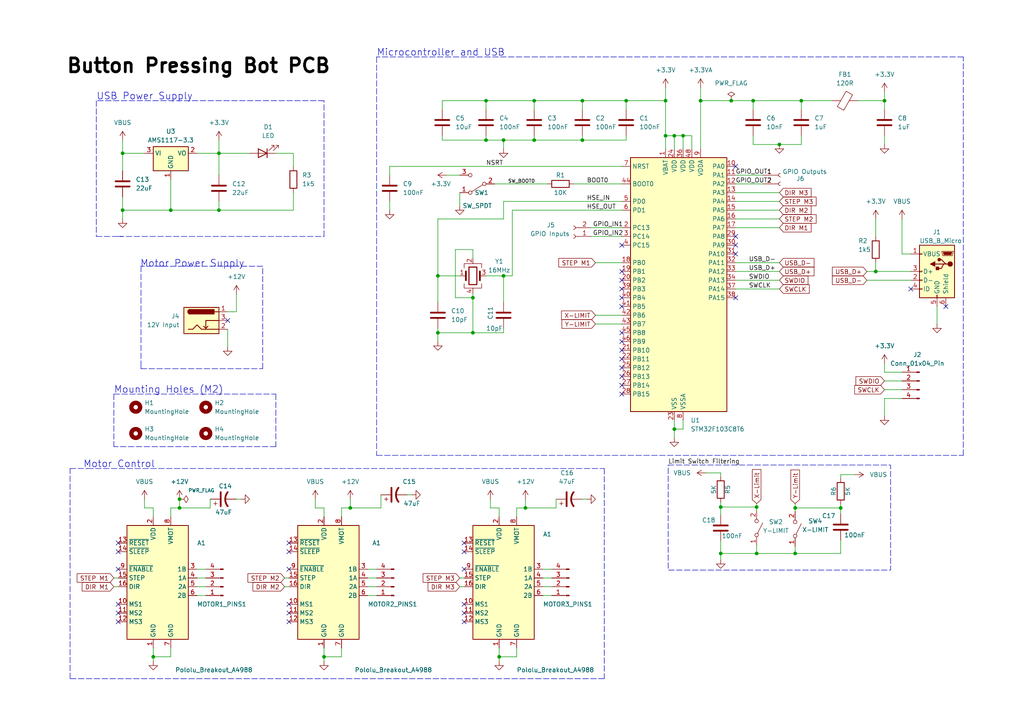
<source format=kicad_sch>
(kicad_sch (version 20230121) (generator eeschema)
  (paper "A4")
  (title_block (title "Button Pressing Bot STM32 PCB") (date "2023-11-07") (rev "1.0") (company "University of Minnesota") (comment 1 "Riley Yeoman"))
  (lib_symbols
    (symbol "Connector:Barrel_Jack_Switch" (pin_names hide)
      (property "Reference" "J" (at 0 5.334 0))
      (property "Value" "Barrel_Jack_Switch" (at 0 -5.08 0))
      (symbol "Barrel_Jack_Switch_1_1"
        (pin passive line (at 7.62 2.54 180) (length 2.54) (name "~") (number "1"))
        (pin passive line (at 7.62 -2.54 180) (length 2.54) (name "~") (number "2"))
        (pin passive line (at 7.62 0 180) (length 2.54) (name "~") (number "3"))
      )
    )
    (symbol "Connector:Conn_01x02_Socket" (pin_names (offset 1.016) hide)
      (property "Reference" "J" (at 0 2.54 0))
      (property "Value" "Conn_01x02_Socket" (at 0 -5.08 0))
      (symbol "Conn_01x02_Socket_1_1"
        (pin passive line (at -5.08 0 0) (length 3.81) (name "Pin_1") (number "1"))
        (pin passive line (at -5.08 -2.54 0) (length 3.81) (name "Pin_2") (number "2"))
      )
    )
    (symbol "Connector:Conn_01x04_Pin" (pin_names (offset 1.016) hide)
      (property "Reference" "J" (at 0 5.08 0))
      (property "Value" "Conn_01x04_Pin" (at 0 -7.62 0))
      (symbol "Conn_01x04_Pin_1_1"
        (pin passive line (at 5.08 2.54 180) (length 3.81) (name "Pin_1") (number "1"))
        (pin passive line (at 5.08 0 180) (length 3.81) (name "Pin_2") (number "2"))
        (pin passive line (at 5.08 -2.54 180) (length 3.81) (name "Pin_3") (number "3"))
        (pin passive line (at 5.08 -5.08 180) (length 3.81) (name "Pin_4") (number "4"))
      )
    )
    (symbol "Connector:USB_B_Micro" (pin_names (offset 1.016))
      (property "Reference" "J" (at -5.08 11.43 0))
      (property "Value" "USB_B_Micro" (at -5.08 8.89 0))
      (symbol "USB_B_Micro_1_1"
        (pin power_out line (at 7.62 5.08 180) (length 2.54) (name "VBUS") (number "1"))
        (pin bidirectional line (at 7.62 -2.54 180) (length 2.54) (name "D-") (number "2"))
        (pin bidirectional line (at 7.62 0 180) (length 2.54) (name "D+") (number "3"))
        (pin passive line (at 7.62 -5.08 180) (length 2.54) (name "ID") (number "4"))
        (pin power_out line (at 0 -10.16 90) (length 2.54) (name "GND") (number "5"))
        (pin passive line (at -2.54 -10.16 90) (length 2.54) (name "Shield") (number "6"))
      )
    )
    (symbol "Device:C" (pin_numbers hide) (pin_names (offset 0.254))
      (property "Reference" "C" (at 0.635 2.54 0))
      (property "Value" "C" (at 0.635 -2.54 0))
      (symbol "C_1_1"
        (pin passive line (at 0 3.81 270) (length 2.794) (name "~") (number "1"))
        (pin passive line (at 0 -3.81 90) (length 2.794) (name "~") (number "2"))
      )
    )
    (symbol "Device:C_Polarized_US" (pin_numbers hide) (pin_names (offset 0.254) hide)
      (property "Reference" "C" (at 0.635 2.54 0))
      (property "Value" "C_Polarized_US" (at 0.635 -2.54 0))
      (symbol "C_Polarized_US_1_1"
        (pin passive line (at 0 3.81 270) (length 2.794) (name "~") (number "1"))
        (pin passive line (at 0 -3.81 90) (length 3.302) (name "~") (number "2"))
      )
    )
    (symbol "Device:Crystal_GND24" (pin_names (offset 1.016) hide)
      (property "Reference" "Y" (at 3.175 5.08 0))
      (property "Value" "Crystal_GND24" (at 3.175 3.175 0))
      (symbol "Crystal_GND24_1_1"
        (pin passive line (at -3.81 0 0) (length 1.27) (name "1") (number "1"))
        (pin passive line (at 0 5.08 270) (length 1.27) (name "2") (number "2"))
        (pin passive line (at 3.81 0 180) (length 1.27) (name "3") (number "3"))
        (pin passive line (at 0 -5.08 90) (length 1.27) (name "4") (number "4"))
      )
    )
    (symbol "Device:FerriteBead" (pin_numbers hide) (pin_names (offset 0))
      (property "Reference" "FB" (at -3.81 0.635 90))
      (property "Value" "FerriteBead" (at 3.81 0 90))
      (symbol "FerriteBead_1_1"
        (pin passive line (at 0 3.81 270) (length 2.54) (name "~") (number "1"))
        (pin passive line (at 0 -3.81 90) (length 2.54) (name "~") (number "2"))
      )
    )
    (symbol "Device:LED" (pin_numbers hide) (pin_names (offset 1.016) hide)
      (property "Reference" "D" (at 0 2.54 0))
      (property "Value" "LED" (at 0 -2.54 0))
      (symbol "LED_1_1"
        (pin passive line (at -3.81 0 0) (length 2.54) (name "K") (number "1"))
        (pin passive line (at 3.81 0 180) (length 2.54) (name "A") (number "2"))
      )
    )
    (symbol "Device:R" (pin_numbers hide) (pin_names (offset 0))
      (property "Reference" "R" (at 2.032 0 90))
      (property "Value" "R" (at 0 0 90))
      (symbol "R_1_1"
        (pin passive line (at 0 3.81 270) (length 1.27) (name "~") (number "1"))
        (pin passive line (at 0 -3.81 90) (length 1.27) (name "~") (number "2"))
      )
    )
    (symbol "Driver_Motor:Pololu_Breakout_A4988"
      (property "Reference" "A" (at -2.54 19.05 0))
      (property "Value" "Pololu_Breakout_A4988" (at -2.54 16.51 0))
      (symbol "Pololu_Breakout_A4988_1_1"
        (pin power_in line (at 0 -20.32 90) (length 2.54) (name "GND") (number "1"))
        (pin input line (at -10.16 -7.62 0) (length 2.54) (name "MS1") (number "10"))
        (pin input line (at -10.16 -10.16 0) (length 2.54) (name "MS2") (number "11"))
        (pin input line (at -10.16 -12.7 0) (length 2.54) (name "MS3") (number "12"))
        (pin input line (at -10.16 10.16 0) (length 2.54) (name "~{RESET}") (number "13"))
        (pin input line (at -10.16 7.62 0) (length 2.54) (name "~{SLEEP}") (number "14"))
        (pin input line (at -10.16 0 0) (length 2.54) (name "STEP") (number "15"))
        (pin input line (at -10.16 -2.54 0) (length 2.54) (name "DIR") (number "16"))
        (pin power_in line (at 0 17.78 270) (length 2.54) (name "VDD") (number "2"))
        (pin output line (at 12.7 2.54 180) (length 2.54) (name "1B") (number "3"))
        (pin output line (at 12.7 0 180) (length 2.54) (name "1A") (number "4"))
        (pin output line (at 12.7 -2.54 180) (length 2.54) (name "2A") (number "5"))
        (pin output line (at 12.7 -5.08 180) (length 2.54) (name "2B") (number "6"))
        (pin power_in line (at 5.08 -20.32 90) (length 2.54) (name "GND") (number "7"))
        (pin power_in line (at 5.08 17.78 270) (length 2.54) (name "VMOT") (number "8"))
        (pin input line (at -10.16 2.54 0) (length 2.54) (name "~{ENABLE}") (number "9"))
      )
    )
    (symbol "MCU_ST_STM32F1:STM32F103C8Tx"
      (property "Reference" "U" (at -12.7 39.37 0))
      (property "Value" "STM32F103C8Tx" (at 10.16 39.37 0))
      (symbol "STM32F103C8Tx_1_1"
        (pin power_in line (at -2.54 40.64 270) (length 2.54) (name "VBAT") (number "1"))
        (pin bidirectional line (at 17.78 35.56 180) (length 2.54) (name "PA0") (number "10"))
        (pin bidirectional line (at 17.78 33.02 180) (length 2.54) (name "PA1") (number "11"))
        (pin bidirectional line (at 17.78 30.48 180) (length 2.54) (name "PA2") (number "12"))
        (pin bidirectional line (at 17.78 27.94 180) (length 2.54) (name "PA3") (number "13"))
        (pin bidirectional line (at 17.78 25.4 180) (length 2.54) (name "PA4") (number "14"))
        (pin bidirectional line (at 17.78 22.86 180) (length 2.54) (name "PA5") (number "15"))
        (pin bidirectional line (at 17.78 20.32 180) (length 2.54) (name "PA6") (number "16"))
        (pin bidirectional line (at 17.78 17.78 180) (length 2.54) (name "PA7") (number "17"))
        (pin bidirectional line (at -15.24 7.62 0) (length 2.54) (name "PB0") (number "18"))
        (pin bidirectional line (at -15.24 5.08 0) (length 2.54) (name "PB1") (number "19"))
        (pin bidirectional line (at -15.24 17.78 0) (length 2.54) (name "PC13") (number "2"))
        (pin bidirectional line (at -15.24 2.54 0) (length 2.54) (name "PB2") (number "20"))
        (pin bidirectional line (at -15.24 -17.78 0) (length 2.54) (name "PB10") (number "21"))
        (pin bidirectional line (at -15.24 -20.32 0) (length 2.54) (name "PB11") (number "22"))
        (pin power_in line (at 0 -38.1 90) (length 2.54) (name "VSS") (number "23"))
        (pin power_in line (at 0 40.64 270) (length 2.54) (name "VDD") (number "24"))
        (pin bidirectional line (at -15.24 -22.86 0) (length 2.54) (name "PB12") (number "25"))
        (pin bidirectional line (at -15.24 -25.4 0) (length 2.54) (name "PB13") (number "26"))
        (pin bidirectional line (at -15.24 -27.94 0) (length 2.54) (name "PB14") (number "27"))
        (pin bidirectional line (at -15.24 -30.48 0) (length 2.54) (name "PB15") (number "28"))
        (pin bidirectional line (at 17.78 15.24 180) (length 2.54) (name "PA8") (number "29"))
        (pin bidirectional line (at -15.24 15.24 0) (length 2.54) (name "PC14") (number "3"))
        (pin bidirectional line (at 17.78 12.7 180) (length 2.54) (name "PA9") (number "30"))
        (pin bidirectional line (at 17.78 10.16 180) (length 2.54) (name "PA10") (number "31"))
        (pin bidirectional line (at 17.78 7.62 180) (length 2.54) (name "PA11") (number "32"))
        (pin bidirectional line (at 17.78 5.08 180) (length 2.54) (name "PA12") (number "33"))
        (pin bidirectional line (at 17.78 2.54 180) (length 2.54) (name "PA13") (number "34"))
        (pin passive line (at 0 -38.1 90) (length 2.54) hide (name "VSS") (number "35"))
        (pin power_in line (at 2.54 40.64 270) (length 2.54) (name "VDD") (number "36"))
        (pin bidirectional line (at 17.78 0 180) (length 2.54) (name "PA14") (number "37"))
        (pin bidirectional line (at 17.78 -2.54 180) (length 2.54) (name "PA15") (number "38"))
        (pin bidirectional line (at -15.24 0 0) (length 2.54) (name "PB3") (number "39"))
        (pin bidirectional line (at -15.24 12.7 0) (length 2.54) (name "PC15") (number "4"))
        (pin bidirectional line (at -15.24 -2.54 0) (length 2.54) (name "PB4") (number "40"))
        (pin bidirectional line (at -15.24 -5.08 0) (length 2.54) (name "PB5") (number "41"))
        (pin bidirectional line (at -15.24 -7.62 0) (length 2.54) (name "PB6") (number "42"))
        (pin bidirectional line (at -15.24 -10.16 0) (length 2.54) (name "PB7") (number "43"))
        (pin input line (at -15.24 30.48 0) (length 2.54) (name "BOOT0") (number "44"))
        (pin bidirectional line (at -15.24 -12.7 0) (length 2.54) (name "PB8") (number "45"))
        (pin bidirectional line (at -15.24 -15.24 0) (length 2.54) (name "PB9") (number "46"))
        (pin passive line (at 0 -38.1 90) (length 2.54) hide (name "VSS") (number "47"))
        (pin power_in line (at 5.08 40.64 270) (length 2.54) (name "VDD") (number "48"))
        (pin bidirectional line (at -15.24 25.4 0) (length 2.54) (name "PD0") (number "5"))
        (pin bidirectional line (at -15.24 22.86 0) (length 2.54) (name "PD1") (number "6"))
        (pin input line (at -15.24 35.56 0) (length 2.54) (name "NRST") (number "7"))
        (pin power_in line (at 2.54 -38.1 90) (length 2.54) (name "VSSA") (number "8"))
        (pin power_in line (at 7.62 40.64 270) (length 2.54) (name "VDDA") (number "9"))
      )
    )
    (symbol "Mechanical:MountingHole" (pin_names (offset 1.016))
      (property "Reference" "H" (at 0 5.08 0))
      (property "Value" "MountingHole" (at 0 3.175 0))
    )
    (symbol "Regulator_Linear:AMS1117-3.3"
      (property "Reference" "U" (at -3.81 3.175 0))
      (property "Value" "AMS1117-3.3" (at 0 3.175 0))
      (symbol "AMS1117-3.3_1_1"
        (pin power_in line (at 0 -7.62 90) (length 2.54) (name "GND") (number "1"))
        (pin power_out line (at 7.62 0 180) (length 2.54) (name "VO") (number "2"))
        (pin power_in line (at -7.62 0 0) (length 2.54) (name "VI") (number "3"))
      )
    )
    (symbol "Switch:SW_SPDT" (pin_names (offset 0) hide)
      (property "Reference" "SW" (at 0 4.318 0))
      (property "Value" "SW_SPDT" (at 0 -5.08 0))
      (symbol "SW_SPDT_1_1"
        (pin passive line (at 5.08 2.54 180) (length 2.54) (name "A") (number "1"))
        (pin passive line (at -5.08 0 0) (length 2.54) (name "B") (number "2"))
        (pin passive line (at 5.08 -2.54 180) (length 2.54) (name "C") (number "3"))
      )
    )
    (symbol "Switch:SW_SPST" (pin_names (offset 0) hide)
      (property "Reference" "SW" (at 0 3.175 0))
      (property "Value" "SW_SPST" (at 0 -2.54 0))
      (symbol "SW_SPST_1_1"
        (pin passive line (at -5.08 0 0) (length 2.54) (name "A") (number "1"))
        (pin passive line (at 5.08 0 180) (length 2.54) (name "B") (number "2"))
      )
    )
    (symbol "power:+12V" (power) (pin_names (offset 0))
      (property "Value" "+12V" (at 0 3.556 0))
      (symbol "+12V_1_1"
        (pin power_in line (at 0 0 90) (length 0) hide (name "+12V") (number "1"))
      )
    )
    (symbol "power:+3.3V" (power) (pin_names (offset 0))
      (property "Value" "+3.3V" (at 0 3.556 0))
      (symbol "+3.3V_1_1"
        (pin power_in line (at 0 0 90) (length 0) hide (name "+3.3V") (number "1"))
      )
    )
    (symbol "power:+3.3VA" (power) (pin_names (offset 0))
      (property "Value" "+3.3VA" (at 0 3.556 0))
      (symbol "+3.3VA_1_1"
        (pin power_in line (at 0 0 90) (length 0) hide (name "+3.3VA") (number "1"))
      )
    )
    (symbol "power:GND" (power) (pin_numbers hide) (pin_names (offset 0) hide)
      (property "Value" "GND" (at 0 -3.81 0))
      (symbol "GND_1_1"
        (pin power_in line (at 0 0 270) (length 0) hide (name "GND") (number "1"))
      )
    )
    (symbol "power:PWR_FLAG" (power) (pin_numbers hide) (pin_names (offset 0) hide)
      (property "Value" "PWR_FLAG" (at 0 3.81 0))
      (symbol "PWR_FLAG_0_0"
        (pin power_out line (at 0 0 90) (length 0) (name "pwr") (number "1"))
      )
    )
    (symbol "power:VBUS" (power) (pin_names (offset 0))
      (property "Value" "VBUS" (at 0 3.81 0))
      (symbol "VBUS_1_1"
        (pin power_in line (at 0 0 90) (length 0) hide (name "VBUS") (number "1"))
      )
    )
  )
  (junction (at 195.58 39.37))
  (junction (at 140.97 29.21))
  (junction (at 35.56 60.96))
  (junction (at 146.05 40.64))
  (junction (at 63.5 44.45))
  (junction (at 152.4 147.32))
  (junction (at 127 80.01))
  (junction (at 146.05 80.01))
  (junction (at 209.042 160.528))
  (junction (at 193.04 29.21))
  (junction (at 35.56 44.45))
  (junction (at 127 96.52))
  (junction (at 230.632 147.32))
  (junction (at 52.07 147.32))
  (junction (at 93.98 190.5))
  (junction (at 203.2 29.21))
  (junction (at 140.97 40.64))
  (junction (at 44.45 190.5))
  (junction (at 49.53 60.96))
  (junction (at 137.16 96.52))
  (junction (at 218.44 29.21))
  (junction (at 226.06 41.91))
  (junction (at 52.07 144.78))
  (junction (at 230.632 160.528))
  (junction (at 137.16 86.36))
  (junction (at 181.61 29.21))
  (junction (at 243.84 147.32))
  (junction (at 144.78 190.5))
  (junction (at 219.456 147.066))
  (junction (at 195.58 124.46))
  (junction (at 256.54 29.21))
  (junction (at 168.91 40.64))
  (junction (at 168.91 29.21))
  (junction (at 232.41 29.21))
  (junction (at 209.042 147.066))
  (junction (at 154.94 29.21))
  (junction (at 63.5 60.96))
  (junction (at 154.94 40.64))
  (junction (at 212.09 29.21))
  (junction (at 101.6 147.32))
  (junction (at 198.12 39.37))
  (junction (at 193.04 39.37))
  (junction (at 219.456 160.528))
  (junction (at 254 78.74))
  (no_connect (at 83.82 180.34))
  (no_connect (at 134.62 160.02))
  (no_connect (at 180.34 101.6))
  (no_connect (at 180.34 71.12))
  (no_connect (at 34.29 177.8))
  (no_connect (at 180.34 114.3))
  (no_connect (at 213.36 73.66))
  (no_connect (at 134.62 157.48))
  (no_connect (at 34.29 160.02))
  (no_connect (at 274.32 88.9))
  (no_connect (at 180.34 109.22))
  (no_connect (at 34.29 180.34))
  (no_connect (at 34.29 157.48))
  (no_connect (at 213.36 86.36))
  (no_connect (at 180.34 86.36))
  (no_connect (at 83.82 160.02))
  (no_connect (at 34.29 175.26))
  (no_connect (at 180.34 111.76))
  (no_connect (at 134.62 177.8))
  (no_connect (at 66.04 92.964))
  (no_connect (at 134.62 180.34))
  (no_connect (at 83.82 177.8))
  (no_connect (at 264.16 83.82))
  (no_connect (at 180.34 104.14))
  (no_connect (at 180.34 88.9))
  (no_connect (at 213.36 48.26))
  (no_connect (at 180.34 106.68))
  (no_connect (at 180.34 99.06))
  (no_connect (at 213.36 68.58))
  (no_connect (at 83.82 175.26))
  (no_connect (at 134.62 175.26))
  (no_connect (at 180.34 78.74))
  (no_connect (at 83.82 157.48))
  (no_connect (at 34.29 165.1))
  (no_connect (at 134.62 165.1))
  (no_connect (at 180.34 83.82))
  (no_connect (at 180.34 81.28))
  (no_connect (at 180.34 96.52))
  (no_connect (at 213.36 71.12))
  (no_connect (at 83.82 165.1))
  (wire (pts (xy 57.15 170.18) (xy 59.69 170.18)))
  (wire (pts (xy 106.68 167.64) (xy 109.22 167.64)))
  (wire (pts (xy 57.15 167.64) (xy 59.69 167.64)))
  (wire (pts (xy 52.07 147.32) (xy 49.53 147.32)))
  (wire (pts (xy 144.78 147.32) (xy 144.78 149.86)))
  (wire (pts (xy 127 96.52) (xy 137.16 96.52)))
  (wire (pts (xy 140.97 80.01) (xy 146.05 80.01)))
  (wire (pts (xy 82.55 167.64) (xy 83.82 167.64)))
  (polyline (pts (xy 40.894 77.216) (xy 40.894 106.426)) (stroke (width 0) (type dash)))
  (wire (pts (xy 146.05 58.42) (xy 180.34 58.42)))
  (wire (pts (xy 230.632 158.496) (xy 230.632 160.528)))
  (wire (pts (xy 106.68 170.18) (xy 109.22 170.18)))
  (wire (pts (xy 171.45 66.04) (xy 180.34 66.04)))
  (wire (pts (xy 209.042 160.528) (xy 209.042 162.306)))
  (wire (pts (xy 154.94 40.64) (xy 168.91 40.64)))
  (polyline (pts (xy 80.01 114.3) (xy 80.01 129.54)) (stroke (width 0) (type dash)))
  (wire (pts (xy 137.16 96.52) (xy 146.05 96.52)))
  (wire (pts (xy 172.72 91.44) (xy 180.34 91.44)))
  (wire (pts (xy 181.61 40.64) (xy 181.61 39.37)))
  (wire (pts (xy 44.45 187.96) (xy 44.45 190.5)))
  (wire (pts (xy 193.04 39.37) (xy 195.58 39.37)))
  (wire (pts (xy 148.59 60.96) (xy 180.34 60.96)))
  (wire (pts (xy 99.06 147.32) (xy 99.06 149.86)))
  (wire (pts (xy 85.09 55.88) (xy 85.09 60.96)))
  (polyline (pts (xy 40.894 106.426) (xy 40.894 106.934)) (stroke (width 0) (type dash)))
  (wire (pts (xy 127 96.52) (xy 127 99.06)))
  (wire (pts (xy 232.41 31.75) (xy 232.41 29.21)))
  (wire (pts (xy 213.36 76.2) (xy 226.06 76.2)))
  (wire (pts (xy 254 78.74) (xy 264.16 78.74)))
  (wire (pts (xy 93.98 187.96) (xy 93.98 190.5)))
  (wire (pts (xy 219.456 160.528) (xy 230.632 160.528)))
  (polyline (pts (xy 152.4 132.08) (xy 279.4 132.08)) (stroke (width 0) (type dash)))
  (wire (pts (xy 35.56 49.53) (xy 35.56 44.45)))
  (wire (pts (xy 127 96.52) (xy 127 95.25)))
  (wire (pts (xy 149.86 187.96) (xy 149.86 190.5)))
  (wire (pts (xy 149.86 147.32) (xy 149.86 149.86)))
  (wire (pts (xy 49.53 147.32) (xy 49.53 149.86)))
  (wire (pts (xy 146.05 63.5) (xy 146.05 58.42)))
  (wire (pts (xy 91.44 147.32) (xy 93.98 147.32)))
  (wire (pts (xy 113.03 48.26) (xy 180.34 48.26)))
  (polyline (pts (xy 76.2 77.216) (xy 40.894 77.216)) (stroke (width 0) (type dash)))
  (wire (pts (xy 209.042 145.796) (xy 209.042 147.066)))
  (wire (pts (xy 154.94 31.75) (xy 154.94 29.21)))
  (wire (pts (xy 226.06 41.91) (xy 232.41 41.91)))
  (wire (pts (xy 137.16 74.93) (xy 137.16 72.39)))
  (wire (pts (xy 49.53 52.07) (xy 49.53 60.96)))
  (wire (pts (xy 137.16 86.36) (xy 137.16 85.09)))
  (wire (pts (xy 209.042 149.352) (xy 209.042 147.066)))
  (wire (pts (xy 49.53 187.96) (xy 49.53 190.5)))
  (wire (pts (xy 91.44 144.78) (xy 91.44 147.32)))
  (wire (pts (xy 213.36 55.88) (xy 226.06 55.88)))
  (polyline (pts (xy 93.98 29.21) (xy 27.94 29.21)) (stroke (width 0) (type dash)))
  (polyline (pts (xy 80.01 129.54) (xy 33.02 129.54)) (stroke (width 0) (type dash)))
  (wire (pts (xy 256.54 31.75) (xy 256.54 29.21)))
  (wire (pts (xy 101.6 144.78) (xy 101.6 147.32)))
  (wire (pts (xy 213.36 63.5) (xy 226.06 63.5)))
  (wire (pts (xy 256.54 110.49) (xy 261.62 110.49)))
  (wire (pts (xy 166.37 53.34) (xy 180.34 53.34)))
  (wire (pts (xy 152.4 147.32) (xy 149.86 147.32)))
  (wire (pts (xy 195.58 39.37) (xy 198.12 39.37)))
  (wire (pts (xy 195.58 124.46) (xy 195.58 127)))
  (wire (pts (xy 161.29 147.32) (xy 161.29 144.78)))
  (wire (pts (xy 128.27 31.75) (xy 128.27 29.21)))
  (wire (pts (xy 209.042 147.066) (xy 219.456 147.066)))
  (wire (pts (xy 213.36 60.96) (xy 226.06 60.96)))
  (wire (pts (xy 127 80.01) (xy 133.35 80.01)))
  (wire (pts (xy 146.05 40.64) (xy 146.05 43.18)))
  (wire (pts (xy 198.12 39.37) (xy 200.66 39.37)))
  (wire (pts (xy 133.35 170.18) (xy 134.62 170.18)))
  (wire (pts (xy 198.12 121.92) (xy 198.12 124.46)))
  (wire (pts (xy 271.78 88.9) (xy 271.78 93.98)))
  (wire (pts (xy 140.97 40.64) (xy 146.05 40.64)))
  (wire (pts (xy 63.5 44.45) (xy 72.39 44.45)))
  (wire (pts (xy 146.05 40.64) (xy 154.94 40.64)))
  (wire (pts (xy 44.45 147.32) (xy 44.45 149.86)))
  (wire (pts (xy 203.2 25.4) (xy 203.2 29.21)))
  (wire (pts (xy 168.91 144.78) (xy 170.18 144.78)))
  (wire (pts (xy 63.5 44.45) (xy 57.15 44.45)))
  (wire (pts (xy 101.6 147.32) (xy 99.06 147.32)))
  (wire (pts (xy 157.48 165.1) (xy 160.02 165.1)))
  (polyline (pts (xy 175.26 196.85) (xy 20.32 196.85)) (stroke (width 0) (type dash)))
  (wire (pts (xy 254 76.2) (xy 254 78.74)))
  (wire (pts (xy 209.042 137.16) (xy 204.724 137.16)))
  (wire (pts (xy 68.58 90.424) (xy 68.58 85.344)))
  (wire (pts (xy 168.91 29.21) (xy 181.61 29.21)))
  (polyline (pts (xy 27.94 29.21) (xy 27.94 68.58)) (stroke (width 0) (type dash)))
  (wire (pts (xy 49.53 190.5) (xy 44.45 190.5)))
  (wire (pts (xy 152.4 144.78) (xy 152.4 147.32)))
  (wire (pts (xy 35.56 44.45) (xy 41.91 44.45)))
  (wire (pts (xy 143.51 53.34) (xy 158.75 53.34)))
  (wire (pts (xy 230.632 147.32) (xy 243.84 147.32)))
  (wire (pts (xy 213.36 83.82) (xy 226.06 83.82)))
  (wire (pts (xy 118.11 143.51) (xy 119.38 143.51)))
  (wire (pts (xy 218.44 41.91) (xy 218.44 39.37)))
  (wire (pts (xy 152.4 147.32) (xy 161.29 147.32)))
  (wire (pts (xy 110.49 147.32) (xy 110.49 143.51)))
  (wire (pts (xy 57.15 172.72) (xy 59.69 172.72)))
  (wire (pts (xy 41.91 144.78) (xy 41.91 147.32)))
  (wire (pts (xy 198.12 39.37) (xy 198.12 43.18)))
  (wire (pts (xy 251.46 78.74) (xy 254 78.74)))
  (wire (pts (xy 212.09 29.21) (xy 218.44 29.21)))
  (wire (pts (xy 127 80.01) (xy 127 87.63)))
  (wire (pts (xy 144.78 187.96) (xy 144.78 190.5)))
  (wire (pts (xy 251.46 81.28) (xy 264.16 81.28)))
  (wire (pts (xy 168.91 39.37) (xy 168.91 40.64)))
  (wire (pts (xy 127 80.01) (xy 127 63.5)))
  (wire (pts (xy 256.54 115.57) (xy 256.54 120.65)))
  (wire (pts (xy 137.16 86.36) (xy 137.16 96.52)))
  (wire (pts (xy 213.36 78.74) (xy 226.06 78.74)))
  (wire (pts (xy 99.06 187.96) (xy 99.06 190.5)))
  (wire (pts (xy 93.98 190.5) (xy 93.98 191.77)))
  (wire (pts (xy 203.2 29.21) (xy 203.2 43.18)))
  (wire (pts (xy 127 63.5) (xy 146.05 63.5)))
  (wire (pts (xy 33.02 167.64) (xy 34.29 167.64)))
  (wire (pts (xy 209.042 156.972) (xy 209.042 160.528)))
  (wire (pts (xy 52.07 144.78) (xy 52.07 147.32)))
  (wire (pts (xy 195.58 39.37) (xy 195.58 43.18)))
  (wire (pts (xy 33.02 170.18) (xy 34.29 170.18)))
  (wire (pts (xy 193.04 29.21) (xy 193.04 39.37)))
  (polyline (pts (xy 109.22 132.08) (xy 152.4 132.08)) (stroke (width 0) (type dash)))
  (wire (pts (xy 254 63.5) (xy 254 68.58)))
  (wire (pts (xy 93.98 147.32) (xy 93.98 149.86)))
  (wire (pts (xy 193.04 25.4) (xy 193.04 29.21)))
  (wire (pts (xy 243.84 137.668) (xy 247.904 137.668)))
  (wire (pts (xy 132.08 86.36) (xy 137.16 86.36)))
  (polyline (pts (xy 279.4 16.51) (xy 109.22 16.51)) (stroke (width 0) (type dash)))
  (wire (pts (xy 230.632 147.32) (xy 230.632 148.336)))
  (wire (pts (xy 213.36 66.04) (xy 226.06 66.04)))
  (wire (pts (xy 146.05 80.01) (xy 146.05 87.63)))
  (wire (pts (xy 137.16 72.39) (xy 132.08 72.39)))
  (wire (pts (xy 213.36 50.8) (xy 221.234 50.8)))
  (wire (pts (xy 144.78 190.5) (xy 144.78 191.77)))
  (wire (pts (xy 63.5 50.8) (xy 63.5 44.45)))
  (polyline (pts (xy 27.94 68.58) (xy 35.56 68.58)) (stroke (width 0) (type dash)))
  (wire (pts (xy 243.84 146.304) (xy 243.84 147.32)))
  (wire (pts (xy 133.35 55.88) (xy 133.35 59.69)))
  (polyline (pts (xy 20.32 196.85) (xy 20.32 135.89)) (stroke (width 0) (type dash)))
  (polyline (pts (xy 109.22 16.51) (xy 109.22 132.08)) (stroke (width 0) (type dash)))
  (wire (pts (xy 256.54 41.91) (xy 256.54 39.37)))
  (wire (pts (xy 113.03 50.8) (xy 113.03 48.26)))
  (wire (pts (xy 60.96 147.32) (xy 60.96 144.78)))
  (wire (pts (xy 66.04 95.504) (xy 66.04 100.584)))
  (wire (pts (xy 213.36 81.28) (xy 226.06 81.28)))
  (wire (pts (xy 218.44 31.75) (xy 218.44 29.21)))
  (wire (pts (xy 219.456 158.242) (xy 219.456 160.528)))
  (wire (pts (xy 41.91 147.32) (xy 44.45 147.32)))
  (wire (pts (xy 213.36 53.34) (xy 221.234 53.34)))
  (wire (pts (xy 195.58 121.92) (xy 195.58 124.46)))
  (wire (pts (xy 68.58 144.78) (xy 69.85 144.78)))
  (wire (pts (xy 85.09 48.26) (xy 85.09 44.45)))
  (wire (pts (xy 256.54 107.95) (xy 256.54 105.41)))
  (wire (pts (xy 82.55 170.18) (xy 83.82 170.18)))
  (wire (pts (xy 261.62 107.95) (xy 256.54 107.95)))
  (wire (pts (xy 261.62 73.66) (xy 261.62 63.5)))
  (wire (pts (xy 243.84 156.718) (xy 243.84 160.528)))
  (wire (pts (xy 256.54 113.03) (xy 261.62 113.03)))
  (wire (pts (xy 52.07 147.32) (xy 60.96 147.32)))
  (polyline (pts (xy 76.2 106.934) (xy 76.2 77.724)) (stroke (width 0) (type dash)))
  (wire (pts (xy 243.84 149.098) (xy 243.84 147.32)))
  (wire (pts (xy 264.16 73.66) (xy 261.62 73.66)))
  (wire (pts (xy 35.56 60.96) (xy 35.56 63.5)))
  (wire (pts (xy 106.68 165.1) (xy 109.22 165.1)))
  (wire (pts (xy 248.92 29.21) (xy 256.54 29.21)))
  (wire (pts (xy 128.27 39.37) (xy 128.27 40.64)))
  (wire (pts (xy 142.24 144.78) (xy 142.24 147.32)))
  (wire (pts (xy 146.05 80.01) (xy 148.59 80.01)))
  (wire (pts (xy 106.68 172.72) (xy 109.22 172.72)))
  (wire (pts (xy 140.97 39.37) (xy 140.97 40.64)))
  (wire (pts (xy 57.15 165.1) (xy 59.69 165.1)))
  (wire (pts (xy 146.05 96.52) (xy 146.05 95.25)))
  (wire (pts (xy 232.41 41.91) (xy 232.41 39.37)))
  (wire (pts (xy 209.042 160.528) (xy 219.456 160.528)))
  (wire (pts (xy 85.09 44.45) (xy 80.01 44.45)))
  (wire (pts (xy 261.62 115.57) (xy 256.54 115.57)))
  (wire (pts (xy 219.456 147.066) (xy 219.456 148.082)))
  (wire (pts (xy 181.61 29.21) (xy 193.04 29.21)))
  (polyline (pts (xy 40.894 106.934) (xy 76.2 106.934)) (stroke (width 0) (type dash)))
  (wire (pts (xy 149.86 190.5) (xy 144.78 190.5)))
  (wire (pts (xy 63.5 40.64) (xy 63.5 44.45)))
  (wire (pts (xy 209.042 138.176) (xy 209.042 137.16)))
  (wire (pts (xy 203.2 29.21) (xy 212.09 29.21)))
  (wire (pts (xy 168.91 40.64) (xy 181.61 40.64)))
  (wire (pts (xy 181.61 31.75) (xy 181.61 29.21)))
  (wire (pts (xy 35.56 40.64) (xy 35.56 44.45)))
  (wire (pts (xy 148.59 80.01) (xy 148.59 60.96)))
  (wire (pts (xy 213.36 58.42) (xy 226.06 58.42)))
  (wire (pts (xy 63.5 60.96) (xy 49.53 60.96)))
  (wire (pts (xy 243.84 160.528) (xy 230.632 160.528)))
  (polyline (pts (xy 175.26 135.89) (xy 175.26 196.85)) (stroke (width 0) (type dash)))
  (wire (pts (xy 154.94 29.21) (xy 168.91 29.21)))
  (polyline (pts (xy 20.32 135.89) (xy 25.4 135.89)) (stroke (width 0) (type dash)))
  (wire (pts (xy 132.08 72.39) (xy 132.08 86.36)))
  (wire (pts (xy 171.45 68.58) (xy 180.34 68.58)))
  (wire (pts (xy 128.27 29.21) (xy 140.97 29.21)))
  (wire (pts (xy 219.456 146.05) (xy 219.456 147.066)))
  (wire (pts (xy 133.35 167.64) (xy 134.62 167.64)))
  (wire (pts (xy 157.48 172.72) (xy 160.02 172.72)))
  (wire (pts (xy 44.45 190.5) (xy 44.45 191.77)))
  (wire (pts (xy 140.97 29.21) (xy 154.94 29.21)))
  (wire (pts (xy 128.27 40.64) (xy 140.97 40.64)))
  (wire (pts (xy 232.41 29.21) (xy 241.3 29.21)))
  (wire (pts (xy 85.09 60.96) (xy 63.5 60.96)))
  (polyline (pts (xy 33.02 114.3) (xy 80.01 114.3)) (stroke (width 0) (type dash)))
  (wire (pts (xy 129.54 50.8) (xy 133.35 50.8)))
  (polyline (pts (xy 93.98 68.58) (xy 93.98 29.21)) (stroke (width 0) (type dash)))
  (wire (pts (xy 172.72 93.98) (xy 180.34 93.98)))
  (wire (pts (xy 101.6 147.32) (xy 110.49 147.32)))
  (wire (pts (xy 63.5 58.42) (xy 63.5 60.96)))
  (wire (pts (xy 226.06 41.91) (xy 218.44 41.91)))
  (wire (pts (xy 113.03 58.42) (xy 113.03 60.96)))
  (wire (pts (xy 230.632 146.05) (xy 230.632 147.32)))
  (wire (pts (xy 157.48 167.64) (xy 160.02 167.64)))
  (wire (pts (xy 198.12 124.46) (xy 195.58 124.46)))
  (wire (pts (xy 35.56 60.96) (xy 35.56 57.15)))
  (wire (pts (xy 142.24 147.32) (xy 144.78 147.32)))
  (wire (pts (xy 49.53 60.96) (xy 35.56 60.96)))
  (wire (pts (xy 256.54 26.67) (xy 256.54 29.21)))
  (wire (pts (xy 193.04 39.37) (xy 193.04 43.18)))
  (wire (pts (xy 200.66 39.37) (xy 200.66 43.18)))
  (wire (pts (xy 99.06 190.5) (xy 93.98 190.5)))
  (wire (pts (xy 154.94 39.37) (xy 154.94 40.64)))
  (wire (pts (xy 218.44 29.21) (xy 232.41 29.21)))
  (wire (pts (xy 66.04 90.424) (xy 68.58 90.424)))
  (polyline (pts (xy 34.29 68.58) (xy 93.98 68.58)) (stroke (width 0) (type dash)))
  (polyline (pts (xy 25.4 135.89) (xy 175.26 135.89)) (stroke (width 0) (type dash)))
  (wire (pts (xy 168.91 31.75) (xy 168.91 29.21)))
  (wire (pts (xy 172.72 76.2) (xy 180.34 76.2)))
  (polyline (pts (xy 33.02 114.3) (xy 33.02 129.54)) (stroke (width 0) (type dash)))
  (wire (pts (xy 140.97 31.75) (xy 140.97 29.21)))
  (wire (pts (xy 243.84 138.684) (xy 243.84 137.668)))
  (wire (pts (xy 157.48 170.18) (xy 160.02 170.18)))
  (polyline (pts (xy 279.4 132.08) (xy 279.4 16.51)) (stroke (width 0) (type dash)))
  (rectangle (start 193.802 134.874) (end 258.318 165.354) (stroke (width 0) (type dash)))
  (text "Button Pressing Bot PCB" (at 19.05 21.59 0) (effects (font (size 4 4) (thickness 0.8) bold) (justify left bottom)))
  (text "USB Power Supply" (at 27.94 29.21 0) (effects (font (size 2 2)) (justify left bottom)))
  (text "Mounting Holes (M2)\n" (at 33.02 114.3 0) (effects (font (size 2 2)) (justify left bottom)))
  (text "Motor Control" (at 24.13 135.89 0) (effects (font (size 2 2)) (justify left bottom)))
  (text "Microcontroller and USB" (at 109.22 16.51 0) (effects (font (size 2 2)) (justify left bottom)))
  (text "Motor Power Supply" (at 40.64 77.724 0) (effects (font (size 2 2)) (justify left bottom)))
  (label "GPIO_IN1" (at 171.958 66.04 0))
  (label "GPIO_OUT2" (at 213.36 53.34 0))
  (label "Limit Switch Filtering" (at 193.802 134.874 0))
  (label "GPIO_OUT1" (at 213.36 50.8 0))
  (label "HSE_IN" (at 170.18 58.42 0))
  (label "USB_D-" (at 217.17 76.2 0))
  (label "GPIO_IN2" (at 171.958 68.58 0))
  (label "USB_D+" (at 217.17 78.74 0))
  (label "SWDIO" (at 217.17 81.28 0))
  (label "SWCLK" (at 217.17 83.82 0))
  (label "SW_BOOT0" (at 147.32 53.34 0) (effects (font (size 1 1))))
  (label "BOOT0" (at 170.18 53.34 0))
  (label "NSRT" (at 140.97 48.26 0))
  (label "HSE_OUT" (at 170.18 60.96 0))
  (global_label "Y-LIMIT" (shape input) (at 172.72 93.98 180) (property "Intersheetrefs" "${INTERSHEET_REFS}" (effects hide)))
  (global_label "SWDIO" (shape input) (at 256.54 110.49 180) (property "Intersheetrefs" "${INTERSHEET_REFS}" (effects hide)))
  (global_label "STEP M3" (shape input) (at 226.06 58.42 0) (property "Intersheetrefs" "${INTERSHEET_REFS}" (effects hide)))
  (global_label "DIR M3" (shape input) (at 226.06 55.88 0) (property "Intersheetrefs" "${INTERSHEET_REFS}" (effects hide)))
  (global_label "DIR M1" (shape input) (at 33.02 170.18 180) (property "Intersheetrefs" "${INTERSHEET_REFS}" (effects hide)))
  (global_label "DIR M3" (shape input) (at 133.35 170.18 180) (property "Intersheetrefs" "${INTERSHEET_REFS}" (effects hide)))
  (global_label "DIR M1" (shape input) (at 226.06 66.04 0) (property "Intersheetrefs" "${INTERSHEET_REFS}" (effects hide)))
  (global_label "STEP M2" (shape input) (at 82.55 167.64 180) (property "Intersheetrefs" "${INTERSHEET_REFS}" (effects hide)))
  (global_label "STEP M1" (shape input) (at 33.02 167.64 180) (property "Intersheetrefs" "${INTERSHEET_REFS}" (effects hide)))
  (global_label "USB_D+" (shape input) (at 226.06 78.74 0) (property "Intersheetrefs" "${INTERSHEET_REFS}" (effects hide)))
  (global_label "STEP M1" (shape input) (at 172.72 76.2 180) (property "Intersheetrefs" "${INTERSHEET_REFS}" (effects hide)))
  (global_label "SWDIO" (shape input) (at 226.06 81.28 0) (property "Intersheetrefs" "${INTERSHEET_REFS}" (effects hide)))
  (global_label "DIR M2" (shape input) (at 82.55 170.18 180) (property "Intersheetrefs" "${INTERSHEET_REFS}" (effects hide)))
  (global_label "SWCLK" (shape input) (at 256.54 113.03 180) (property "Intersheetrefs" "${INTERSHEET_REFS}" (effects hide)))
  (global_label "USB_D-" (shape input) (at 226.06 76.2 0) (property "Intersheetrefs" "${INTERSHEET_REFS}" (effects hide)))
  (global_label "DIR M2" (shape input) (at 226.06 60.96 0) (property "Intersheetrefs" "${INTERSHEET_REFS}" (effects hide)))
  (global_label "X-Limit" (shape input) (at 219.456 146.05 90) (property "Intersheetrefs" "${INTERSHEET_REFS}" (effects hide)))
  (global_label "SWCLK" (shape input) (at 226.06 83.82 0) (property "Intersheetrefs" "${INTERSHEET_REFS}" (effects hide)))
  (global_label "Y-Limit" (shape input) (at 230.632 146.05 90) (property "Intersheetrefs" "${INTERSHEET_REFS}" (effects hide)))
  (global_label "USB_D-" (shape input) (at 251.46 81.28 180) (property "Intersheetrefs" "${INTERSHEET_REFS}" (effects hide)))
  (global_label "STEP M2" (shape input) (at 226.06 63.5 0) (property "Intersheetrefs" "${INTERSHEET_REFS}" (effects hide)))
  (global_label "USB_D+" (shape input) (at 251.46 78.74 180) (property "Intersheetrefs" "${INTERSHEET_REFS}" (effects hide)))
  (global_label "STEP M3" (shape input) (at 133.35 167.64 180) (property "Intersheetrefs" "${INTERSHEET_REFS}" (effects hide)))
  (global_label "X-LIMIT" (shape input) (at 172.72 91.44 180) (property "Intersheetrefs" "${INTERSHEET_REFS}" (effects hide)))
  (symbol (lib_id "power:GND") (at 209.042 162.306 0) (unit 1)
    (property "Reference" "#PWR025" (effects hide))
    (property "Value" "GND" (effects hide))
  )
  (symbol (lib_id "Device:C") (at 181.61 35.56 0) (unit 1)
    (property "Reference" "C1" (at 185.42 34.29 0) (effects (justify left)))
    (property "Value" "100nF" (at 185.42 36.83 0) (effects (justify left)))
    (property "Footprint" "Capacitor_SMD:C_0402_1005Metric" (effects hide))
  )
  (symbol (lib_id "power:+12V") (at 101.6 144.78 0) (unit 1)
    (property "Reference" "#PWR028" (effects hide))
    (property "Value" "+12V" (at 101.6 139.7 0))
  )
  (symbol (lib_id "Device:R") (at 162.56 53.34 90) (unit 1)
    (property "Reference" "R1" (at 162.56 50.8 90))
    (property "Value" "10K" (at 162.56 55.88 90))
    (property "Footprint" "Resistor_SMD:R_0402_1005Metric" (effects hide))
  )
  (symbol (lib_id "power:VBUS") (at 204.724 137.16 90) (mirror x) (unit 1)
    (property "Reference" "#PWR030" (effects hide))
    (property "Value" "VBUS" (at 200.406 137.16 90) (effects (justify left)))
  )
  (symbol (lib_id "Switch:SW_SPST") (at 219.456 153.162 270) (mirror x) (unit 1)
    (property "Reference" "SW2" (at 225.044 151.384 90))
    (property "Value" "Y-LIMIT" (at 225.044 153.924 90))
  )
  (symbol (lib_id "Connector:Conn_01x02_Socket") (at 226.314 50.8 0) (unit 1)
    (property "Reference" "J6" (at 232.156 51.816 0))
    (property "Value" "GPIO Outputs" (at 233.426 49.784 0))
    (property "Footprint" "Connector_PinSocket_2.54mm:PinSocket_1x02_P2.54mm_Vertical" (effects hide))
  )
  (symbol (lib_id "power:PWR_FLAG") (at 52.07 144.78 270) (unit 1)
    (property "Reference" "#FLG03" (effects hide))
    (property "Value" "PWR_FLAG" (at 54.61 142.24 90) (effects (font (size 1 1)) (justify left)))
  )
  (symbol (lib_id "Mechanical:MountingHole") (at 59.69 125.73 0) (unit 1)
    (property "Reference" "H4" (at 62.23 124.46 0) (effects (justify left)))
    (property "Value" "MountingHole" (at 62.23 127 0) (effects (justify left)))
    (property "Footprint" "MountingHole:MountingHole_2.2mm_M2" (effects hide))
  )
  (symbol (lib_id "Device:C") (at 232.41 35.56 0) (unit 1)
    (property "Reference" "C7" (at 236.22 34.29 0) (effects (justify left)))
    (property "Value" "1uF" (at 236.22 36.83 0) (effects (justify left)))
    (property "Footprint" "Capacitor_SMD:C_0402_1005Metric" (effects hide))
  )
  (symbol (lib_id "Device:LED") (at 76.2 44.45 180) (unit 1)
    (property "Reference" "D1" (at 77.7875 36.83 0))
    (property "Value" "LED" (at 77.7875 39.37 0))
    (property "Footprint" "LED_SMD:LED_0603_1608Metric" (effects hide))
  )
  (symbol (lib_id "power:VBUS") (at 142.24 144.78 0) (unit 1)
    (property "Reference" "#PWR031" (effects hide))
    (property "Value" "VBUS" (at 142.24 139.7 0))
  )
  (symbol (lib_id "Device:FerriteBead") (at 245.11 29.21 90) (unit 1)
    (property "Reference" "FB1" (at 245.0592 21.59 90))
    (property "Value" "120R" (at 245.0592 24.13 90))
    (property "Footprint" "Inductor_SMD:L_0603_1608Metric" (effects hide))
  )
  (symbol (lib_id "Mechanical:MountingHole") (at 39.37 118.11 0) (unit 1)
    (property "Reference" "H1" (at 41.91 116.84 0) (effects (justify left)))
    (property "Value" "MountingHole" (at 41.91 119.38 0) (effects (justify left)))
    (property "Footprint" "MountingHole:MountingHole_2.2mm_M2" (effects hide))
  )
  (symbol (lib_id "Device:Crystal_GND24") (at 137.16 80.01 0) (unit 1)
    (property "Reference" "Y1" (at 144.78 75.8191 0))
    (property "Value" "16MHz" (at 144.78 78.3591 0))
    (property "Footprint" "Crystal:Crystal_SMD_3225-4Pin_3.2x2.5mm" (effects hide))
  )
  (symbol (lib_id "power:GND") (at 119.38 143.51 90) (unit 1)
    (property "Reference" "#PWR036" (effects hide))
    (property "Value" "GND" (effects hide))
  )
  (symbol (lib_id "power:GND") (at 35.56 63.5 0) (unit 1)
    (property "Reference" "#PWR017" (effects hide))
    (property "Value" "GND" (effects hide))
  )
  (symbol (lib_id "power:GND") (at 256.54 41.91 0) (unit 1)
    (property "Reference" "#PWR06" (effects hide))
    (property "Value" "GND" (effects hide))
  )
  (symbol (lib_id "power:GND") (at 127 99.06 0) (unit 1)
    (property "Reference" "#PWR011" (effects hide))
    (property "Value" "GND" (effects hide))
  )
  (symbol (lib_id "power:+3.3V") (at 256.54 105.41 0) (unit 1)
    (property "Reference" "#PWR015" (effects hide))
    (property "Value" "+3.3V" (at 256.54 100.33 0))
  )
  (symbol (lib_id "power:GND") (at 93.98 191.77 0) (unit 1)
    (property "Reference" "#PWR027" (effects hide))
    (property "Value" "GND" (effects hide))
  )
  (symbol (lib_id "power:GND") (at 170.18 144.78 90) (unit 1)
    (property "Reference" "#PWR037" (effects hide))
    (property "Value" "GND" (effects hide))
  )
  (symbol (lib_id "power:GND") (at 146.05 43.18 0) (unit 1)
    (property "Reference" "#PWR03" (effects hide))
    (property "Value" "GND" (effects hide))
  )
  (symbol (lib_id "Driver_Motor:Pololu_Breakout_A4988") (at 144.78 167.64 0) (unit 1)
    (property "Reference" "A1" (at 157.48 154.94 0) (effects (justify left)))
    (property "Value" "Pololu_Breakout_A4988" (at 149.86 194.31 0) (effects (justify left)))
    (property "Footprint" "Module:Pololu_Breakout-16_15.2x20.3mm" (effects hide))
    (property "Datasheet" "https://www.pololu.com/product/2980/pictures" (effects hide))
    (instances (project "finalproj" (path "" (reference "A1") (unit 1)) (path "" (reference "A6") (unit 1))))
  )
  (symbol (lib_id "power:GND") (at 133.35 59.69 0) (unit 1)
    (property "Reference" "#PWR09" (effects hide))
    (property "Value" "GND" (effects hide))
  )
  (symbol (lib_id "Device:C_Polarized_US") (at 165.1 144.78 90) (unit 1)
    (property "Reference" "C16" (at 164.465 137.16 90))
    (property "Value" "47uF" (at 164.465 139.7 90))
    (property "Footprint" "Capacitor_SMD:C_Elec_6.3x5.8" (effects hide))
  )
  (symbol (lib_id "power:+3.3V") (at 254 63.5 0) (unit 1)
    (property "Reference" "#PWR014" (effects hide))
    (property "Value" "+3.3V" (at 254 58.42 0))
  )
  (symbol (lib_id "power:PWR_FLAG") (at 212.09 29.21 0) (unit 1)
    (property "Reference" "#FLG01" (effects hide))
    (property "Value" "PWR_FLAG" (at 212.09 24.13 0))
  )
  (symbol (lib_id "Device:C") (at 146.05 91.44 0) (unit 1)
    (property "Reference" "C11" (at 142.24 92.71 90) (effects (justify left)))
    (property "Value" "10pF" (at 140.97 95.25 0) (effects (justify left)))
    (property "Footprint" "Capacitor_SMD:C_0402_1005Metric" (effects hide))
  )
  (symbol (lib_id "Device:C") (at 63.5 54.61 0) (unit 1)
    (property "Reference" "C12" (at 67.31 53.34 0) (effects (justify left)))
    (property "Value" "22uF" (at 67.31 55.88 0) (effects (justify left)))
    (property "Footprint" "Capacitor_SMD:C_0805_2012Metric" (effects hide))
  )
  (symbol (lib_id "power:GND") (at 271.78 93.98 0) (unit 1)
    (property "Reference" "#PWR012" (effects hide))
    (property "Value" "GND" (effects hide))
  )
  (symbol (lib_id "Mechanical:MountingHole") (at 59.69 118.11 0) (unit 1)
    (property "Reference" "H2" (at 62.23 116.84 0) (effects (justify left)))
    (property "Value" "MountingHole" (at 62.23 119.38 0) (effects (justify left)))
    (property "Footprint" "MountingHole:MountingHole_2.2mm_M2" (effects hide))
  )
  (symbol (lib_id "Device:C") (at 168.91 35.56 0) (unit 1)
    (property "Reference" "C2" (at 172.72 34.29 0) (effects (justify left)))
    (property "Value" "100nF" (at 172.72 36.83 0) (effects (justify left)))
    (property "Footprint" "Capacitor_SMD:C_0402_1005Metric" (effects hide))
  )
  (symbol (lib_id "Connector:Conn_01x04_Pin") (at 266.7 110.49 0) (mirror y) (unit 1)
    (property "Reference" "J2" (at 266.065 102.87 0))
    (property "Value" "Conn_01x04_Pin" (at 266.065 105.41 0))
    (property "Footprint" "Connector_PinHeader_2.54mm:PinHeader_1x04_P2.54mm_Vertical" (effects hide))
  )
  (symbol (lib_id "Switch:SW_SPDT") (at 138.43 53.34 180) (unit 1)
    (property "Reference" "SW1" (at 139.7 55.88 0))
    (property "Value" "SW_SPDT" (at 138.43 59.69 0))
    (property "Footprint" "Button_Switch_SMD:SW_SPDT_PCM12" (effects hide))
  )
  (symbol (lib_id "Device:C") (at 154.94 35.56 0) (unit 1)
    (property "Reference" "C3" (at 158.75 34.29 0) (effects (justify left)))
    (property "Value" "100nF" (at 158.75 36.83 0) (effects (justify left)))
    (property "Footprint" "Capacitor_SMD:C_0402_1005Metric" (effects hide))
  )
  (symbol (lib_id "Device:C") (at 243.84 152.908 180) (unit 1)
    (property "Reference" "C17" (at 242.316 149.606 0) (effects (justify left)))
    (property "Value" "100nF" (at 250.952 155.194 0) (effects (justify left)))
    (property "Footprint" "Capacitor_SMD:C_Elec_6.3x5.8" (effects hide))
  )
  (symbol (lib_id "Device:C") (at 209.042 153.162 180) (unit 1)
    (property "Reference" "C18" (at 207.518 150.876 0) (effects (justify left)))
    (property "Value" "100nF" (at 215.392 155.448 0) (effects (justify left)))
    (property "Footprint" "Capacitor_SMD:C_Elec_6.3x5.8" (effects hide))
  )
  (symbol (lib_id "power:GND") (at 113.03 60.96 0) (unit 1)
    (property "Reference" "#PWR08" (effects hide))
    (property "Value" "GND" (effects hide))
  )
  (symbol (lib_id "Connector:Conn_01x02_Socket") (at 166.37 68.58 180) (unit 1)
    (property "Reference" "J5" (at 159.766 65.278 0))
    (property "Value" "GPIO Inputs" (at 159.512 67.818 0))
    (property "Footprint" "Connector_PinSocket_2.54mm:PinSocket_1x02_P2.54mm_Vertical" (effects hide))
  )
  (symbol (lib_id "Regulator_Linear:AMS1117-3.3") (at 49.53 44.45 0) (unit 1)
    (property "Reference" "U3" (at 49.53 38.1 0))
    (property "Value" "AMS1117-3.3" (at 49.53 40.64 0))
    (property "Footprint" "Package_TO_SOT_SMD:SOT-223-3_TabPin2" (effects hide))
    (property "Datasheet" "http://www.advanced-monolithic.com/pdf/ds1117.pdf" (effects hide))
  )
  (symbol (lib_id "power:VBUS") (at 91.44 144.78 0) (unit 1)
    (property "Reference" "#PWR026" (effects hide))
    (property "Value" "VBUS" (at 91.44 139.7 0))
  )
  (symbol (lib_id "power:GND") (at 195.58 127 0) (unit 1)
    (property "Reference" "#PWR01" (effects hide))
    (property "Value" "GND" (effects hide))
  )
  (symbol (lib_id "Device:C") (at 113.03 54.61 0) (unit 1)
    (property "Reference" "C9" (at 116.84 53.34 0) (effects (justify left)))
    (property "Value" "100nF" (at 116.84 55.88 0) (effects (justify left)))
    (property "Footprint" "Capacitor_SMD:C_0402_1005Metric" (effects hide))
  )
  (symbol (lib_id "Device:R") (at 85.09 52.07 180) (unit 1)
    (property "Reference" "R3" (at 87.63 50.8 0) (effects (justify right)))
    (property "Value" "1k5" (at 87.63 53.34 0) (effects (justify right)))
    (property "Footprint" "Resistor_SMD:R_0402_1005Metric" (effects hide))
  )
  (symbol (lib_id "power:+12V") (at 152.4 144.78 0) (unit 1)
    (property "Reference" "#PWR033" (effects hide))
    (property "Value" "+12V" (at 152.4 139.7 0))
  )
  (symbol (lib_id "power:+12V") (at 68.58 85.344 0) (unit 1)
    (property "Reference" "#PWR023" (effects hide))
    (property "Value" "+12V" (at 68.58 80.264 0))
  )
  (symbol (lib_id "Device:C_Polarized_US") (at 64.77 144.78 90) (unit 1)
    (property "Reference" "C14" (at 67.31 140.97 90) (effects (justify left)))
    (property "Value" "47uF" (at 67.31 148.59 90) (effects (justify left)))
    (property "Footprint" "Capacitor_SMD:C_Elec_6.3x5.8" (effects hide))
  )
  (symbol (lib_id "Connector:Barrel_Jack_Switch") (at 58.42 92.964 0) (unit 1)
    (property "Reference" "J4" (at 52.07 91.694 0) (effects (justify right)))
    (property "Value" "12V Input" (at 52.07 94.234 0) (effects (justify right)))
    (property "Footprint" "Connector_BarrelJack:BarrelJack_Horizontal" (effects hide))
  )
  (symbol (lib_id "Connector:USB_B_Micro") (at 271.78 78.74 0) (mirror y) (unit 1)
    (property "Reference" "J1" (at 270.51 67.31 0) (effects (justify right)))
    (property "Value" "USB_B_Micro" (at 266.7 69.85 0) (effects (justify right)))
    (property "Footprint" "Connector_USB:USB_Micro-B_Wuerth_629105150521" (effects hide))
  )
  (symbol (lib_id "Device:C") (at 128.27 35.56 0) (unit 1)
    (property "Reference" "C5" (at 132.08 34.29 0) (effects (justify left)))
    (property "Value" "10uF" (at 132.08 36.83 0) (effects (justify left)))
    (property "Footprint" "Capacitor_SMD:C_0603_1608Metric" (effects hide))
  )
  (symbol (lib_id "Mechanical:MountingHole") (at 39.37 125.73 0) (unit 1)
    (property "Reference" "H3" (at 41.91 124.46 0) (effects (justify left)))
    (property "Value" "MountingHole" (at 41.91 127 0) (effects (justify left)))
    (property "Footprint" "MountingHole:MountingHole_2.2mm_M2" (effects hide))
  )
  (symbol (lib_id "Device:C") (at 140.97 35.56 0) (unit 1)
    (property "Reference" "C4" (at 144.78 34.29 0) (effects (justify left)))
    (property "Value" "100nF" (at 144.78 36.83 0) (effects (justify left)))
    (property "Footprint" "Capacitor_SMD:C_0402_1005Metric" (effects hide))
  )
  (symbol (lib_id "Device:R") (at 254 72.39 180) (unit 1)
    (property "Reference" "R2" (at 248.92 69.85 0) (effects (justify right)))
    (property "Value" "1k5" (at 248.92 72.39 0) (effects (justify right)))
    (property "Footprint" "Resistor_SMD:R_0402_1005Metric" (effects hide))
  )
  (symbol (lib_id "power:+3.3V") (at 63.5 40.64 0) (unit 1)
    (property "Reference" "#PWR019" (effects hide))
    (property "Value" "+3.3V" (at 63.5 35.56 0))
  )
  (symbol (lib_id "power:GND") (at 144.78 191.77 0) (unit 1)
    (property "Reference" "#PWR032" (effects hide))
    (property "Value" "GND" (effects hide))
  )
  (symbol (lib_id "Device:C") (at 256.54 35.56 0) (unit 1)
    (property "Reference" "C8" (at 260.35 34.29 0) (effects (justify left)))
    (property "Value" "1uF" (at 260.35 36.83 0) (effects (justify left)))
    (property "Footprint" "Capacitor_SMD:C_0402_1005Metric" (effects hide))
  )
  (symbol (lib_id "Device:R") (at 243.84 142.494 0) (unit 1)
    (property "Reference" "R6" (at 241.808 142.494 90))
    (property "Value" "5K" (at 245.872 142.494 90))
    (property "Footprint" "Resistor_SMD:R_0402_1005Metric" (effects hide))
  )
  (symbol (lib_id "Driver_Motor:Pololu_Breakout_A4988") (at 44.45 167.64 0) (unit 1)
    (property "Reference" "A1" (at 57.15 157.48 0) (effects (justify left)))
    (property "Value" "Pololu_Breakout_A4988" (at 50.8 194.31 0) (effects (justify left)))
    (property "Footprint" "Module:Pololu_Breakout-16_15.2x20.3mm" (effects hide))
    (property "Datasheet" "https://www.pololu.com/product/2980/pictures" (effects hide))
    (instances (project "finalproj" (path "" (reference "A1") (unit 1)) (path "" (reference "A4") (unit 1))))
  )
  (symbol (lib_id "Device:R") (at 209.042 141.986 0) (mirror y) (unit 1)
    (property "Reference" "R5" (at 211.074 141.986 90))
    (property "Value" "5K" (at 207.01 141.986 90))
    (property "Footprint" "Resistor_SMD:R_0402_1005Metric" (effects hide))
  )
  (symbol (lib_id "Driver_Motor:Pololu_Breakout_A4988") (at 93.98 167.64 0) (unit 1)
    (property "Reference" "A1" (at 107.95 157.48 0) (effects (justify left)))
    (property "Value" "Pololu_Breakout_A4988" (at 102.87 194.31 0) (effects (justify left)))
    (property "Footprint" "Module:Pololu_Breakout-16_15.2x20.3mm" (effects hide))
    (property "Datasheet" "https://www.pololu.com/product/2980/pictures" (effects hide))
    (instances (project "finalproj" (path "" (reference "A1") (unit 1)) (path "" (reference "A5") (unit 1))))
  )
  (symbol (lib_id "power:GND") (at 44.45 191.77 0) (unit 1)
    (property "Reference" "#PWR020" (effects hide))
    (property "Value" "GND" (effects hide))
  )
  (symbol (lib_id "power:GND") (at 226.06 41.91 0) (unit 1)
    (property "Reference" "#PWR05" (effects hide))
    (property "Value" "GND" (effects hide))
  )
  (symbol (lib_id "Device:C") (at 35.56 53.34 0) (unit 1)
    (property "Reference" "C13" (at 39.37 52.07 0) (effects (justify left)))
    (property "Value" "22uF" (at 39.37 54.61 0) (effects (justify left)))
    (property "Footprint" "Capacitor_SMD:C_0805_2012Metric" (effects hide))
  )
  (symbol (lib_id "MCU_ST_STM32F1:STM32F103C8Tx") (at 195.58 83.82 0) (unit 1)
    (property "Reference" "U1" (at 200.3141 121.92 0) (effects (justify left)))
    (property "Value" "STM32F103C8T6" (at 200.3141 124.46 0) (effects (justify left)))
    (property "Footprint" "Package_QFP:LQFP-48_7x7mm_P0.5mm" (effects hide))
    (property "Datasheet" "https://www.st.com/resource/en/datasheet/stm32f103c8.pdf" (effects hide))
  )
  (symbol (lib_id "power:+3.3V") (at 129.54 50.8 90) (unit 1)
    (property "Reference" "#PWR010" (effects hide))
    (property "Value" "+3.3V" (at 130.81 53.34 90) (effects (justify left)))
  )
  (symbol (lib_id "power:VBUS") (at 247.904 137.668 270) (unit 1)
    (property "Reference" "#PWR034" (effects hide))
    (property "Value" "VBUS" (at 252.222 137.668 90) (effects (justify left)))
  )
  (symbol (lib_id "Switch:SW_SPST") (at 230.632 153.416 270) (mirror x) (unit 1)
    (property "Reference" "SW4" (at 236.474 151.13 90))
    (property "Value" "X-LIMIT" (at 236.474 153.67 90))
  )
  (symbol (lib_id "Device:C") (at 127 91.44 0) (unit 1)
    (property "Reference" "C10" (at 130.81 90.17 0) (effects (justify left)))
    (property "Value" "10pF" (at 130.81 92.71 0) (effects (justify left)))
    (property "Footprint" "Capacitor_SMD:C_0402_1005Metric" (effects hide))
  )
  (symbol (lib_id "power:VBUS") (at 35.56 40.64 0) (unit 1)
    (property "Reference" "#PWR018" (effects hide))
    (property "Value" "VBUS" (at 35.56 35.56 0))
  )
  (symbol (lib_id "Device:C") (at 218.44 35.56 0) (unit 1)
    (property "Reference" "C6" (at 222.25 34.29 0) (effects (justify left)))
    (property "Value" "10nF" (at 222.25 36.83 0) (effects (justify left)))
    (property "Footprint" "Capacitor_SMD:C_0402_1005Metric" (effects hide))
  )
  (symbol (lib_id "power:+3.3V") (at 256.54 26.67 0) (unit 1)
    (property "Reference" "#PWR07" (effects hide))
    (property "Value" "+3.3V" (at 256.54 21.59 0))
  )
  (symbol (lib_id "power:GND") (at 66.04 100.584 0) (unit 1)
    (property "Reference" "#PWR022" (effects hide))
    (property "Value" "GND" (effects hide))
  )
  (symbol (lib_id "Device:C_Polarized_US") (at 114.3 143.51 90) (unit 1)
    (property "Reference" "C15" (at 120.65 139.7 90) (effects (justify left)))
    (property "Value" "47uF" (at 121.92 146.05 90) (effects (justify left)))
    (property "Footprint" "Capacitor_SMD:C_Elec_6.3x5.8" (effects hide))
  )
  (symbol (lib_id "power:GND") (at 256.54 120.65 0) (unit 1)
    (property "Reference" "#PWR016" (effects hide))
    (property "Value" "GND" (effects hide))
  )
  (symbol (lib_id "power:VBUS") (at 261.62 63.5 0) (unit 1)
    (property "Reference" "#PWR013" (effects hide))
    (property "Value" "VBUS" (at 261.62 58.42 0))
  )
  (symbol (lib_id "Connector:Conn_01x04_Pin") (at 165.1 170.18 180) (unit 1)
    (property "Reference" "MOTOR3_PINS1" (at 157.48 175.26 0) (effects (justify right)))
    (property "Value" "Conn_01x04_Pin" (effects hide))
    (property "Footprint" "Connector_PinHeader_2.54mm:PinHeader_1x04_P2.54mm_Vertical" (effects hide))
  )
  (symbol (lib_id "Connector:Conn_01x04_Pin") (at 64.77 170.18 180) (unit 1)
    (property "Reference" "MOTOR1_PINS1" (at 57.15 175.26 0) (effects (justify right)))
    (property "Value" "Conn_01x04_Pin" (effects hide))
    (property "Footprint" "Connector_PinHeader_2.54mm:PinHeader_1x04_P2.54mm_Vertical" (effects hide))
  )
  (symbol (lib_id "power:+12V") (at 52.07 144.78 0) (unit 1)
    (property "Reference" "#PWR021" (effects hide))
    (property "Value" "+12V" (at 52.07 139.7 0))
  )
  (symbol (lib_id "Connector:Conn_01x04_Pin") (at 114.3 170.18 180) (unit 1)
    (property "Reference" "MOTOR2_PINS1" (at 106.68 175.26 0) (effects (justify right)))
    (property "Value" "Conn_01x04_Pin" (effects hide))
    (property "Footprint" "Connector_PinHeader_2.54mm:PinHeader_1x04_P2.54mm_Vertical" (effects hide))
  )
  (symbol (lib_id "power:GND") (at 69.85 144.78 90) (unit 1)
    (property "Reference" "#PWR029" (effects hide))
    (property "Value" "GND" (effects hide))
  )
  (symbol (lib_id "power:+3.3VA") (at 203.2 25.4 0) (unit 1)
    (property "Reference" "#PWR04" (effects hide))
    (property "Value" "+3.3VA" (at 203.2 20.32 0))
  )
  (symbol (lib_id "power:+3.3V") (at 193.04 25.4 0) (unit 1)
    (property "Reference" "#PWR02" (effects hide))
    (property "Value" "+3.3V" (at 193.04 20.32 0))
  )
  (symbol (lib_id "power:VBUS") (at 41.91 144.78 0) (unit 1)
    (property "Reference" "#PWR024" (effects hide))
    (property "Value" "VBUS" (at 41.91 139.7 0))
  )
)
</source>
